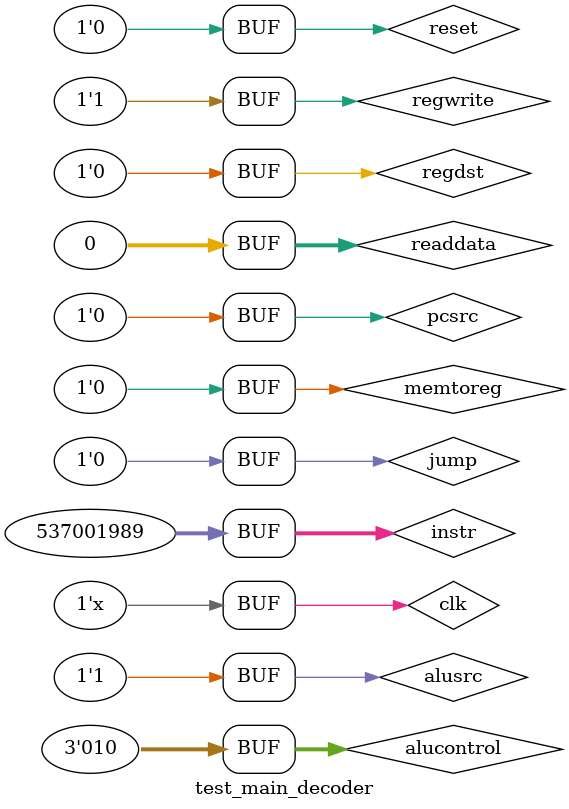
<source format=sv>
`timescale 1ns / 1ps

module test_main_decoder();
logic clk, reset;
logic memtoreg, pcsrc, alusrc, regdst, regwrite, jump;
logic [2:0] alucontrol;
logic [31:0] instr, readdata;
logic zero;
logic [31:0] pc, aluout, writedata;

datapath dp(clk, reset, memtoreg, pcsrc, alusrc, regdst, regwrite, jump, alucontrol, instr, readdata, zero, pc, aluout, writedata);
initial
    begin
        clk = 0;
        reset = 0;
        memtoreg = 0;
        pcsrc = 0;
        alusrc = 1;
        regdst = 0;
        regwrite = 1;
        jump = 0;
        alucontrol = 3'b010;
        instr = 32'b00100000000000100000000000000101;
        readdata = 0;
    end
    
always
    begin
    #5 clk = ~clk;
    end

endmodule

</source>
